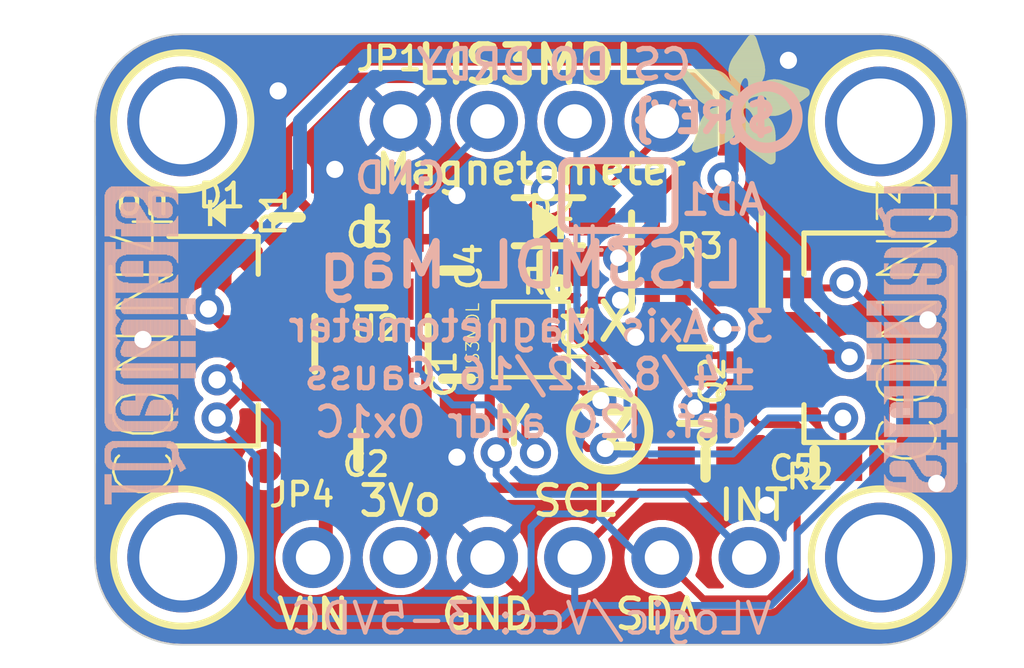
<source format=kicad_pcb>
(kicad_pcb (version 20221018) (generator pcbnew)
  (layers (0 "F.Cu" signal) (31 "B.Cu" signal) (34 "B.Paste" user) (35 "F.Paste" user) (36 "B.SilkS" user "B.Silkscreen") (37 "F.SilkS" user "F.Silkscreen") (38 "B.Mask" user) (39 "F.Mask" user) (44 "Edge.Cuts" user))
  (net 0 "")
  (net 1 "GND")
  (net 2 "3.3V")
  (net 3 "VCC")
  (net 4 "N$1")
  (net 5 "SDO")
  (net 6 "SDA_3V")
  (net 7 "SCL_3V")
  (net 8 "SCL")
  (net 9 "SDA")
  (net 10 "CS_3V")
  (net 11 "CS_5V")
  (net 12 "INT")
  (net 13 "DRDY")
  (net 14 "CAP")
  (footprint "working:MOUNTINGHOLE_2.5_PLATED" (layer "F.Cu") (at 138.3411 98.6536)
    (fp_text reference "U$1" hide)
    (fp_text value "MOUNTINGHOLE2.5" hide)
  )
  (footprint "working:MOUNTINGHOLE_2.5_PLATED" (layer "F.Cu") (at 158.6611 111.3536)
    (fp_text reference "U$21" hide)
    (fp_text value "MOUNTINGHOLE2.5" hide)
  )
  (footprint "working:FIDUCIAL_1MM" (layer "F.Cu") (at 156.2481 100.7745)
    (fp_text reference "FID4" hide)
    (fp_text value "FIDUCIAL_1MM" hide)
  )
  (footprint "working:0603-NO" (layer "F.Cu") (at 146.3421 106.1466 -90)
    (fp_text reference "C1")
    (fp_text value "0.1uF")
  )
  (footprint "working:MOUNTINGHOLE_2.5_PLATED" (layer "F.Cu") (at 158.6611 98.6536)
    (fp_text reference "U$17" hide)
    (fp_text value "MOUNTINGHOLE2.5" hide)
  )
  (footprint "working:LGA12_2X2MM" (layer "F.Cu") (at 148.5011 105.0036 -90)
    (fp_text reference "IC1")
    (fp_text value "LIS3MDL")
  )
  (footprint "working:ADAFRUIT_3.5MM" (layer "F.Cu") (at 152.8191 99.9236)
    (fp_text reference "U$11" hide)
    (fp_text value "" hide)
  )
  (footprint "working:JST_SH4" (layer "F.Cu") (at 138.3411 105.0036 -90)
    (fp_text reference "CONN4")
    (fp_text value "STEMMA_I2C_QT" hide)
  )
  (footprint "working:JST_SH4" (layer "F.Cu") (at 158.6611 105.0036 90)
    (fp_text reference "CONN3")
    (fp_text value "STEMMA_I2C_QT" hide)
  )
  (footprint "working:SOT363" (layer "F.Cu") (at 153.2763 106.3498 90)
    (fp_text reference "Q2")
    (fp_text value "BSS138")
  )
  (footprint "working:0603-NO" (layer "F.Cu") (at 156.7561 108.6231)
    (fp_text reference "R2")
    (fp_text value "10K")
  )
  (footprint "working:1X04_ROUND" (layer "F.Cu") (at 148.5011 98.6536)
    (fp_text reference "JP1")
    (fp_text value "")
  )
  (footprint "working:0603-NO" (layer "F.Cu") (at 148.8059 102.9462)
    (fp_text reference "R4")
    (fp_text value "10K")
  )
  (footprint "working:SOT23-5" (layer "F.Cu") (at 143.8529 105.1306)
    (fp_text reference "U2")
    (fp_text value "AP2112K-3.3")
  )
  (footprint "working:CHIPLED_0603_NOOUTLINE" (layer "F.Cu") (at 139.3571 101.3206 90)
    (fp_text reference "D1")
    (fp_text value "GREEN")
  )
  (footprint "working:FIDUCIAL_1MM" (layer "F.Cu") (at 140.7541 108.6866)
    (fp_text reference "FID3" hide)
    (fp_text value "FIDUCIAL_1MM" hide)
  )
  (footprint "working:RESPACK_4X0603" (layer "F.Cu") (at 153.3271 102.7176 180)
    (fp_text reference "R3")
    (fp_text value "10K")
  )
  (footprint "working:0603-NO" (layer "F.Cu") (at 141.3891 101.4476 -90)
    (fp_text reference "R1")
    (fp_text value "10K")
  )
  (footprint "working:1X06_ROUND_70" (layer "F.Cu") (at 148.5011 111.3536)
    (fp_text reference "JP4")
    (fp_text value "")
  )
  (footprint "working:0805-NO" (layer "F.Cu") (at 143.8021 101.7016)
    (fp_text reference "C3")
    (fp_text value "10uF")
  )
  (footprint "working:MOUNTINGHOLE_2.5_PLATED" (layer "F.Cu") (at 138.3411 111.3536)
    (fp_text reference "U$19" hide)
    (fp_text value "MOUNTINGHOLE2.5" hide)
  )
  (footprint "working:0603-NO" (layer "F.Cu") (at 146.3167 102.997 90)
    (fp_text reference "C4")
    (fp_text value "0.1uF")
  )
  (footprint "working:0603-NO" (layer "F.Cu") (at 153.5811 108.6231)
    (fp_text reference "C5")
    (fp_text value "1uF")
  )
  (footprint "working:SOD-323" (layer "F.Cu") (at 149.0091 101.5746 180)
    (fp_text reference "D2")
    (fp_text value "1N4148")
  )
  (footprint "working:0805-NO" (layer "F.Cu") (at 143.4719 108.204)
    (fp_text reference "C2")
    (fp_text value "10uF")
  )
  (footprint "working:PCBFEAT-REV-040" (layer "B.Cu") (at 155.3591 98.5266 180)
    (fp_text reference "U$25" hide)
    (fp_text value "" hide)
  )
  (footprint "working:STEMMAQT" (layer "B.Cu") (at 138.7221 100.5586 -90)
    (fp_text reference "U$31" hide)
    (fp_text value "" hide)
  )
  (footprint "working:STEMMAQT" (layer "B.Cu") (at 158.2801 109.4486 90)
    (fp_text reference "U$30" hide)
    (fp_text value "" hide)
  )
  (footprint "working:SOLDERJUMPER_ARROW_NOPASTE" (layer "B.Cu") (at 151.0411 100.8126)
    (fp_text reference "SJ1")
    (fp_text value "")
  )
  (gr_arc (start 150.7881 106.5236) (mid 151.596323 106.858377) (end 151.9311 107.6666) (stroke (width 0.254)) (layer "F.SilkS"))
  (gr_arc (start 149.6451 107.6666) (mid 149.974013 106.852513) (end 150.788101 106.523601) (stroke (width 0.254)) (layer "F.SilkS"))
  (gr_arc (start 150.7881 108.8096) (mid 149.979877 108.474823) (end 149.6451 107.6666) (stroke (width 0.254)) (layer "F.SilkS"))
  (gr_arc (start 151.9311 107.6666) (mid 151.596323 108.474823) (end 150.7881 108.8096) (stroke (width 0.254)) (layer "F.SilkS"))
  (gr_arc (start 158.6611 96.1136) (mid 160.457151 96.857549) (end 161.2011 98.6536) (stroke (width 0.05)) (layer "Edge.Cuts"))
  (gr_line (start 158.6611 96.1136) (end 138.3411 96.1136) (stroke (width 0.05)) (layer "Edge.Cuts"))
  (gr_line (start 138.3411 113.8936) (end 158.6611 113.8936) (stroke (width 0.05)) (layer "Edge.Cuts"))
  (gr_line (start 135.8011 98.6536) (end 135.8011 111.3536) (stroke (width 0.05)) (layer "Edge.Cuts"))
  (gr_arc (start 135.8011 98.6536) (mid 136.545049 96.857549) (end 138.3411 96.1136) (stroke (width 0.05)) (layer "Edge.Cuts"))
  (gr_line (start 161.2011 111.3536) (end 161.2011 98.6536) (stroke (width 0.05)) (layer "Edge.Cuts"))
  (gr_arc (start 161.2011 111.3536) (mid 160.457151 113.149651) (end 158.6611 113.8936) (stroke (width 0.05)) (layer "Edge.Cuts"))
  (gr_arc (start 138.3411 113.8936) (mid 136.545049 113.149651) (end 135.8011 111.3536) (stroke (width 0.05)) (layer "Edge.Cuts"))
  (gr_text "AD1" (at 154.0891 100.9396) (layer "B.SilkS") (effects (font (size 0.8636 0.8636) (thickness 0.1524)) (justify mirror)))
  (gr_text "CS" (at 152.3111 97.0026) (layer "B.SilkS") (effects (font (size 0.8636 0.8636) (thickness 0.1524)) (justify mirror)))
  (gr_text "DRDY" (at 146.8501 97.0026) (layer "B.SilkS") (effects (font (size 0.8636 0.8636) (thickness 0.1524)) (justify mirror)))
  (gr_text "LIS3MDL Mag" (at 148.5011 102.8446) (layer "B.SilkS") (effects (font (size 1.25222 1.25222) (thickness 0.22098)) (justify mirror)))
  (gr_text "DO" (at 149.8981 97.0026) (layer "B.SilkS") (effects (font (size 0.8636 0.8636) (thickness 0.1524)) (justify mirror)))
  (gr_text "GND" (at 144.6911 100.3046) (layer "B.SilkS") (effects (font (size 0.8636 0.8636) (thickness 0.1524)) (justify mirror)))
  (gr_text "VLogic/Vcc: 3-5VDC" (at 148.5011 113.1316) (layer "B.SilkS") (effects (font (size 0.89408 0.89408) (thickness 0.12192)) (justify mirror)))
  (gr_text "3-Axis Magnetometer\n±4/8/12/16 Gauss\ndef. I2C addr 0x1C" (at 148.5011 106.0196) (layer "B.SilkS") (effects (font (size 0.8636 0.8636) (thickness 0.1524)) (justify mirror)))
  (gr_text "Y" (at 147.4176 108.1776) (layer "F.SilkS") (effects (font (size 1.0922 1.0922) (thickness 0.1778)) (justify left bottom)))
  (gr_text "X" (at 150.3386 105.1296) (layer "F.SilkS") (effects (font (size 1.0922 1.0922) (thickness 0.1778)) (justify left bottom)))
  (gr_text "on" (at 136.3091 101.4476) (layer "F.SilkS") (effects (font (size 0.89408 0.89408) (thickness 0.12192)) (justify left bottom)))
  (gr_text "LIS3MDL" (at 148.5011 97.0026) (layer "F.SilkS") (effects (font (size 1.0795 1.0795) (thickness 0.1905))))
  (gr_text "GND" (at 147.2311 113.0046) (layer "F.SilkS") (effects (font (size 0.87376 0.87376) (thickness 0.14224))))
  (gr_text "Z" (at 150.4021 108.2411) (layer "F.SilkS") (effects (font (size 1.016 1.016) (thickness 0.254)) (justify left bottom)))
  (gr_text "VIN" (at 142.1511 113.0046) (layer "F.SilkS") (effects (font (size 0.87376 0.87376) (thickness 0.14224))))
  (gr_text "INT" (at 154.9781 109.8296) (layer "F.SilkS") (effects (font (size 0.87376 0.87376) (thickness 0.14224))))
  (gr_text "3Vo" (at 144.6911 109.7026) (layer "F.SilkS") (effects (font (size 0.87376 0.87376) (thickness 0.14224))))
  (gr_text "Magnetometer" (at 148.5011 100.0506) (layer "F.SilkS") (effects (font (size 0.8636 0.8636) (thickness 0.1524))))
  (gr_text "SDA" (at 152.1841 113.0046) (layer "F.SilkS") (effects (font (size 0.87376 0.87376) (thickness 0.14224))))
  (gr_text "SCL" (at 149.7711 109.7026) (layer "F.SilkS") (effects (font (size 0.87376 0.87376) (thickness 0.14224))))
  (segment (start 143.8529 107.635) (end 144.4219 108.204) (width 0.3048) (layer "F.Cu") (net 1))
  (segment (start 144.7521 101.7016) (end 145.1331 102.0826) (width 0.3048) (layer "F.Cu") (net 1))
  (segment (start 146.2523 102.0826) (end 146.3167 102.147) (width 0.3048) (layer "F.Cu") (net 1))
  (segment (start 145.1331 102.0826) (end 146.2523 102.0826) (width 0.3048) (layer "F.Cu") (net 1))
  (segment (start 148.7511 104.2536) (end 148.7551 104.2576) (width 0.2032) (layer "F.Cu") (net 1))
  (segment (start 143.8529 106.4307) (end 143.8529 107.635) (width 0.3048) (layer "F.Cu") (net 1))
  (segment (start 149.2511 104.7536) (end 148.8119 104.7536) (width 0.2032) (layer "F.Cu") (net 1))
  (segment (start 148.7551 104.2576) (end 148.7551 104.6968) (width 0.2032) (layer "F.Cu") (net 1))
  (segment (start 148.8119 104.7536) (end 148.7551 104.6968) (width 0.2032) (layer "F.Cu") (net 1))
  (via (at 160.3121 109.1946) (size 0.9064) (drill 0.5) (layers "F.Cu" "B.Cu") (net 1))
  (via (at 160.0581 104.4321) (size 0.9064) (drill 0.5) (layers "F.Cu" "B.Cu") (net 1))
  (via (at 151.5491 104.9401) (size 0.9064) (drill 0.5) (layers "F.Cu" "B.Cu") (net 1))
  (via (at 142.7861 100.0506) (size 0.9064) (drill 0.5) (layers "F.Cu" "B.Cu") (net 1))
  (via (at 155.3591 109.8296) (size 0.9064) (drill 0.5) (layers "F.Cu" "B.Cu") (net 1))
  (via (at 146.3421 108.4326) (size 0.9064) (drill 0.5) (layers "F.Cu" "B.Cu") (net 1))
  (via (at 146.3421 100.8126) (size 0.9064) (drill 0.5) (layers "F.Cu" "B.Cu") (net 1))
  (via (at 155.9941 96.8756) (size 0.9064) (drill 0.5) (layers "F.Cu" "B.Cu") (net 1))
  (via (at 137.1981 105.0036) (size 0.9064) (drill 0.5) (layers "F.Cu" "B.Cu") (net 1))
  (via (at 141.1351 97.7646) (size 0.9064) (drill 0.5) (layers "F.Cu" "B.Cu") (net 1))
  (segment (start 153.7271 101.8676) (end 153.7271 102.3176) (width 0.3048) (layer "F.Cu") (net 2))
  (segment (start 152.9478 106.0323) (end 152.6303 106.3498) (width 0.3048) (layer "F.Cu") (net 2))
  (segment (start 143.8585 104.7861) (end 145.0696 104.7861) (width 0.3048) (layer "F.Cu") (net 2))
  (segment (start 151.4565 102.4382) (end 151.2951 102.4382) (width 0.3048) (layer "F.Cu") (net 2))
  (segment (start 145.4531 109.3216) (end 145.4531 110.5916) (width 0.3048) (layer "F.Cu") (net 2))
  (segment (start 145.4531 110.5916) (end 144.6911 111.3536) (width 0.3048) (layer "F.Cu") (net 2))
  (segment (start 142.9029 103.8305) (end 143.8585 104.7861) (width 0.3048) (layer "F.Cu") (net 2))
  (segment (start 150.7871 109.3216) (end 151.6761 108.4326) (width 0.3048) (layer "F.Cu") (net 2))
  (segment (start 143.0401 97.3836) (end 141.3891 99.0346) (width 0.3048) (layer "F.Cu") (net 2))
  (segment (start 147.7511 104.7536) (end 147.7511 105.2536) (width 0.254) (layer "F.Cu") (net 2))
  (segment (start 146.3421 105.2966) (end 146.0491 105.2966) (width 0.3048) (layer "F.Cu") (net 2))
  (segment (start 153.7271 102.3176) (end 153.3271 102.7176) (width 0.3048) (layer "F.Cu") (net 2))
  (segment (start 151.4565 102.4382) (end 152.0271 101.8676) (width 0.3048) (layer "F.Cu") (net 2))
  (segment (start 153.7953 106.3498) (end 153.4778 106.0323) (width 0.3048) (layer "F.Cu") (net 2))
  (segment (start 151.111 102.6223) (end 151.0411 102.6223) (width 0.3048) (layer "F.Cu") (net 2))
  (segment (start 149.6559 102.9462) (end 150.1639 102.4382) (width 0.3048) (layer "F.Cu") (net 2))
  (segment (start 145.5801 105.2966) (end 146.3421 105.2966) (width 0.3048) (layer "F.Cu") (net 2))
  (segment (start 142.8521 103.7797) (end 142.8521 101.7016) (width 0.3048) (layer "F.Cu") (net 2))
  (segment (start 152.6303 106.3498) (end 152.3763 106.3498) (width 0.3048) (layer "F.Cu") (net 2))
  (segment (start 141.3891 99.0346) (end 141.3891 100.5976) (width 0.3048) (layer "F.Cu") (net 2))
  (segment (start 151.8539 106.3498) (end 152.3763 106.3498) (width 0.3048) (layer "F.Cu") (net 2))
  (segment (start 151.6761 106.5276) (end 151.6761 108.4326) (width 0.3048) (layer "F.Cu") (net 2))
  (segment (start 142.4931 101.7016) (end 142.8521 101.7016) (width 0.3048) (layer "F.Cu") (net 2))
  (segment (start 152.0271 101.8676) (end 152.0271 100.9696) (width 0.3048) (layer "F.Cu") (net 2))
  (segment (start 151.6761 106.5276) (end 151.8539 106.3498) (width 0.3048) (layer "F.Cu") (net 2))
  (segment (start 145.4531 105.8926) (end 145.4531 109.3216) (width 0.3048) (layer "F.Cu") (net 2))
  (segment (start 153.3271 102.7176) (end 152.3111 102.7176) (width 0.3048) (layer "F.Cu") (net 2))
  (segment (start 152.3111 102.7176) (end 152.0271 102.4336) (width 0.3048) (layer "F.Cu") (net 2))
  (segment (start 153.6319 99.3648) (end 153.6319 97.8154) (width 0.3048) (layer "F.Cu") (net 2))
  (segment (start 151.8666 108.6231) (end 152.7311 108.6231) (width 0.3048) (layer "F.Cu") (net 2))
  (segment (start 153.6319 97.8154) (end 153.2001 97.3836) (width 0.3048) (layer "F.Cu") (net 2))
  (segment (start 142.9029 103.8305) (end 142.8521 103.7797) (width 0.3048) (layer "F.Cu") (net 2))
  (segment (start 154.1763 106.3498) (end 153.7953 106.3498) (width 0.3048) (layer "F.Cu") (net 2))
  (segment (start 141.3891 100.5976) (end 142.4931 101.7016) (width 0.3048) (layer "F.Cu") (net 2))
  (segment (start 147.7511 105.2536) (end 146.3851 105.2536) (width 0.254) (layer "F.Cu") (net 2))
  (segment (start 146.0491 105.2966) (end 145.4531 105.8926) (width 0.3048) (layer "F.Cu") (net 2))
  (segment (start 151.2951 102.4382) (end 151.111 102.6223) (width 0.3048) (layer "F.Cu") (net 2))
  (segment (start 152.0271 100.9696) (end 153.6319 99.3648) (width 0.3048) (layer "F.Cu") (net 2))
  (segment (start 151.2951 102.4382) (end 150.1639 102.4382) (width 0.3048) (layer "F.Cu") (net 2))
  (segment (start 153.4778 106.0323) (end 152.9478 106.0323) (width 0.3048) (layer "F.Cu") (net 2))
  (segment (start 153.2001 97.3836) (end 143.0401 97.3836) (width 0.3048) (layer "F.Cu") (net 2))
  (segment (start 151.6761 108.4326) (end 151.8666 108.6231) (width 0.3048) (layer "F.Cu") (net 2))
  (segment (start 146.3851 105.2536) (end 146.3421 105.2966) (width 0.3048) (layer "F.Cu") (net 2))
  (segment (start 145.5801 105.2966) (end 145.0696 104.7861) (width 0.3048) (layer "F.Cu") (net 2))
  (segment (start 152.0271 102.4336) (end 152.0271 101.8676) (width 0.3048) (layer "F.Cu") (net 2))
  (segment (start 145.4531 109.3216) (end 150.7871 109.3216) (width 0.3048) (layer "F.Cu") (net 2))
  (via (at 151.0411 102.6223) (size 0.889) (drill 0.4826) (layers "F.Cu" "B.Cu") (net 2))
  (segment (start 151.0411 102.6223) (end 152.0571 101.6063) (width 0.3048) (layer "B.Cu") (net 2))
  (segment (start 152.0571 101.6063) (end 152.0571 100.8126) (width 0.3048) (layer "B.Cu") (net 2))
  (segment (start 154.2161 100.4316) (end 154.2161 100.9396) (width 0.4064) (layer "F.Cu") (net 3))
  (segment (start 154.6271 101.3506) (end 154.2161 100.9396) (width 0.4064) (layer "F.Cu") (net 3))
  (segment (start 142.9029 105.5218) (end 142.9029 106.4307) (width 0.4064) (layer "F.Cu") (net 3))
  (segment (start 142.1511 111.3536) (end 142.5219 110.9828) (width 0.4064) (layer "F.Cu") (net 3))
  (segment (start 143.0401 105.3846) (end 142.9029 105.5218) (width 0.4064) (layer "F.Cu") (net 3))
  (segment (start 152.9271 100.9586) (end 152.9271 101.8676) (width 0.4064) (layer "F.Cu") (net 3))
  (segment (start 156.1471 105.5036) (end 157.7641 105.5036) (width 0.4064) (layer "F.Cu") (net 3))
  (segment (start 154.6271 101.8676) (end 154.6271 101.3506) (width 0.4064) (layer "F.Cu") (net 3))
  (segment (start 142.5219 106.8117) (end 142.9029 106.4307) (width 0.4064) (layer "F.Cu") (net 3))
  (segment (start 142.459562 104.8369) (end 142.4924 104.8369) (width 0.4064) (layer "F.Cu") (net 3))
  (segment (start 144.8029 106.4307) (end 144.8029 105.6234) (width 0.4064) (layer "F.Cu") (net 3))
  (segment (start 144.8029 105.6234) (end 144.5641 105.3846) (width 0.4064) (layer "F.Cu") (net 3))
  (segment (start 140.8551 104.5036) (end 139.4921 104.5036) (width 0.4064) (layer "F.Cu") (net 3))
  (segment (start 154.2161 100.9396) (end 152.9461 100.9396) (width 0.4064) (layer "F.Cu") (net 3))
  (segment (start 154.0891 100.3046) (end 154.2161 100.4316) (width 0.4064) (layer "F.Cu") (net 3))
  (segment (start 140.8551 104.5036) (end 142.126262 104.5036) (width 0.4064) (layer "F.Cu") (net 3))
  (segment (start 144.5641 105.3846) (end 143.0401 105.3846) (width 0.4064) (layer "F.Cu") (net 3))
  (segment (start 157.7641 105.5036) (end 157.7721 105.5116) (width 0.4064) (layer "F.Cu") (net 3))
  (segment (start 142.5219 110.9828) (end 142.5219 108.204) (width 0.4064) (layer "F.Cu") (net 3))
  (segment (start 142.4924 104.8369) (end 143.0401 105.3846) (width 0.4064) (layer "F.Cu") (net 3))
  (segment (start 142.126262 104.5036) (end 142.459562 104.8369) (width 0.4064) (layer "F.Cu") (net 3))
  (segment (start 139.4921 104.5036) (end 139.1031 104.1146) (width 0.4064) (layer "F.Cu") (net 3))
  (segment (start 152.9461 100.9396) (end 152.9271 100.9586) (width 0.4064) (layer "F.Cu") (net 3))
  (segment (start 142.5219 106.8117) (end 142.5219 108.204) (width 0.4064) (layer "F.Cu") (net 3))
  (via (at 157.7721 105.5116) (size 0.889) (drill 0.4826) (layers "F.Cu" "B.Cu") (net 3))
  (via (at 139.1031 104.1146) (size 0.9064) (drill 0.5) (layers "F.Cu" "B.Cu") (net 3))
  (via (at 154.0891 100.3046) (size 0.9064) (drill 0.5) (layers "F.Cu" "B.Cu") (net 3))
  (segment (start 141.7701 100.8126) (end 141.7701 98.6536) (width 0.4064) (layer "B.Cu") (net 3))
  (segment (start 141.7701 100.8126) (end 139.1031 103.4796) (width 0.4064) (layer "B.Cu") (net 3))
  (segment (start 154.3431 97.8916) (end 154.3431 100.0506) (width 0.4064) (layer "B.Cu") (net 3))
  (segment (start 143.6751 96.7486) (end 153.2001 96.7486) (width 0.4064) (layer "B.Cu") (net 3))
  (segment (start 141.7701 98.6536) (end 143.6751 96.7486) (width 0.4064) (layer "B.Cu") (net 3))
  (segment (start 139.1031 104.1146) (end 139.1031 103.4796) (width 0.4064) (layer "B.Cu") (net 3))
  (segment (start 156.2481 103.9876) (end 156.2481 102.4636) (width 0.4064) (layer "B.Cu") (net 3))
  (segment (start 157.7721 105.5116) (end 156.2481 103.9876) (width 0.4064) (layer "B.Cu") (net 3))
  (segment (start 154.3431 100.0506) (end 154.0891 100.3046) (width 0.4064) (layer "B.Cu") (net 3))
  (segment (start 156.2481 102.4636) (end 154.0891 100.3046) (width 0.4064) (layer "B.Cu") (net 3))
  (segment (start 153.2001 96.7486) (end 154.3431 97.8916) (width 0.4064) (layer "B.Cu") (net 3))
  (segment (start 141.0841 102.2976) (end 141.3891 102.2976) (width 0.254) (layer "F.Cu") (net 4))
  (segment (start 140.1071 101.3206) (end 141.0841 102.2976) (width 0.254) (layer "F.Cu") (net 4))
  (segment (start 148.7511 105.7536) (end 148.7511 106.7776) (width 0.2032) (layer "F.Cu") (net 5))
  (segment (start 157.6061 108.6231) (end 157.5816 108.5986) (width 0.2032) (layer "F.Cu") (net 5))
  (segment (start 150.1521 108.1786) (end 148.7511 106.7776) (width 0.2032) (layer "F.Cu") (net 5))
  (segment (start 157.5816 107.2896) (end 157.5816 108.5986) (width 0.2032) (layer "F.Cu") (net 5))
  (segment (start 150.1521 108.1786) (end 150.6601 108.1786) (width 0.2032) (layer "F.Cu") (net 5))
  (via (at 150.6601 108.1786) (size 0.9064) (drill 0.5) (layers "F.Cu" "B.Cu") (net 5))
  (via (at 157.5816 107.2896) (size 0.889) (drill 0.4826) (layers "F.Cu" "B.Cu") (net 5))
  (segment (start 150.0251 100.8126) (end 149.8346 100.8126) (width 0.2032) (layer "B.Cu") (net 5))
  (segment (start 149.8346 100.6221) (end 149.8346 100.0506) (width 0.3048) (layer "B.Cu") (net 5))
  (segment (start 150.69185 108.01985) (end 151.2951 107.4166) (width 0.2032) (layer "B.Cu") (net 5))
  (segment (start 151.2951 106.4006) (end 149.8346 104.9401) (width 0.2032) (layer "B.Cu") (net 5))
  (segment (start 150.69185 108.01985) (end 150.94585 108.01985) (width 0.2032) (layer "B.Cu") (net 5))
  (segment (start 150.0251 100.8126) (end 149.8346 100.6221) (width 0.3048) (layer "B.Cu") (net 5))
  (segment (start 150.69185 108.01985) (end 150.6601 108.0516) (width 0.2032) (layer "B.Cu") (net 5))
  (segment (start 151.2951 107.4166) (end 151.2951 106.4006) (width 0.2032) (layer "B.Cu") (net 5))
  (segment (start 150.62835 108.33735) (end 150.94585 108.01985) (width 0.2032) (layer "B.Cu") (net 5))
  (segment (start 157.5816 107.2896) (end 155.4226 107.2896) (width 0.2032) (layer "B.Cu") (net 5))
  (segment (start 149.8346 100.8126) (end 149.8346 104.9401) (width 0.2032) (layer "B.Cu") (net 5))
  (segment (start 149.8346 98.7171) (end 149.8346 100.0506) (width 0.2032) (layer "B.Cu") (net 5))
  (segment (start 150.62835 108.33735) (end 154.37485 108.33735) (width 0.2032) (layer "B.Cu") (net 5))
  (segment (start 150.6601 108.1786) (end 150.6601 108.0516) (width 0.2032) (layer "B.Cu") (net 5))
  (segment (start 149.8346 98.7171) (end 149.7711 98.6536) (width 0.2032) (layer "B.Cu") (net 5))
  (segment (start 149.8346 100.0506) (end 149.8346 100.8126) (width 0.2032) (layer "B.Cu") (net 5))
  (segment (start 154.37485 108.33735) (end 155.4226 107.2896) (width 0.2032) (layer "B.Cu") (net 5))
  (segment (start 152.3763 105.5998) (end 152.4716 105.5045) (width 0.2032) (layer "F.Cu") (net 6))
  (segment (start 152.4716 104.3296) (end 152.4716 105.5045) (width 0.2032) (layer "F.Cu") (net 6))
  (segment (start 150.0171 105.7656) (end 152.2811 105.7656) (width 0.2032) (layer "F.Cu") (net 6))
  (segment (start 152.4716 104.3296) (end 152.0271 103.8851) (width 0.2032) (layer "F.Cu") (net 6))
  (segment (start 152.2811 105.5046) (end 152.2811 105.7656) (width 0.2032) (layer "F.Cu") (net 6))
  (segment (start 149.2511 105.2536) (end 149.5051 105.2536) (width 0.2032) (layer "F.Cu") (net 6))
  (segment (start 152.0271 103.5676) (end 152.0271 103.8851) (width 0.2032) (layer "F.Cu") (net 6))
  (segment (start 150.0171 105.7656) (end 149.5051 105.2536) (width 0.2032) (layer "F.Cu") (net 6))
  (segment (start 152.2811 105.5046) (end 152.3763 105.5998) (width 0.2032) (layer "F.Cu") (net 6))
  (segment (start 150.2791 103.8606) (end 149.8861 104.2536) (width 0.2032) (layer "F.Cu") (net 7))
  (segment (start 150.2791 103.8606) (end 151.1046 103.8606) (width 0.2032) (layer "F.Cu") (net 7))
  (segment (start 149.2511 104.2536) (end 149.8861 104.2536) (width 0.2032) (layer "F.Cu") (net 7))
  (segment (start 154.0486 106.9721) (end 154.1763 107.0998) (width 0.2032) (layer "F.Cu") (net 7))
  (segment (start 153.7271 103.5676) (end 153.7271 104.0756) (width 0.2032) (layer "F.Cu") (net 7))
  (segment (start 153.2763 106.9721) (end 154.0486 106.9721) (width 0.2032) (layer "F.Cu") (net 7))
  (segment (start 154.0886 104.4371) (end 154.0886 104.694125) (width 0.2032) (layer "F.Cu") (net 7))
  (segment (start 154.0886 104.4371) (end 153.7271 104.0756) (width 0.2032) (layer "F.Cu") (net 7))
  (via (at 153.2763 106.9721) (size 0.8564) (drill 0.45) (layers "F.Cu" "B.Cu") (net 7))
  (via (at 151.1046 103.8606) (size 0.9064) (drill 0.5) (layers "F.Cu" "B.Cu") (net 7))
  (via (at 154.0886 104.694125) (size 0.9064) (drill 0.5) (layers "F.Cu" "B.Cu") (net 7))
  (segment (start 154.0886 104.694125) (end 154.0886 106.1598) (width 0.2032) (layer "B.Cu") (net 7))
  (segment (start 153.064575 103.6066) (end 151.3586 103.6066) (width 0.2032) (layer "B.Cu") (net 7))
  (segment (start 154.0886 104.630625) (end 153.064575 103.6066) (width 0.2032) (layer "B.Cu") (net 7))
  (segment (start 154.0886 104.630625) (end 154.0886 104.694125) (width 0.2032) (layer "B.Cu") (net 7))
  (segment (start 154.0886 106.1598) (end 153.2763 106.9721) (width 0.2032) (layer "B.Cu") (net 7))
  (segment (start 151.1046 103.8606) (end 151.3586 103.6066) (width 0.2032) (layer "B.Cu") (net 7))
  (segment (start 152.3763 107.4818) (end 152.7128 107.8183) (width 0.2032) (layer "F.Cu") (net 8))
  (segment (start 140.8551 106.5036) (end 140.1431 106.5036) (width 0.2032) (layer "F.Cu") (net 8))
  (segment (start 153.5176 109.4486) (end 151.6761 109.4486) (width 0.2032) (layer "F.Cu") (net 8))
  (segment (start 140.1431 106.5036) (end 139.3571 107.2896) (width 0.2032) (layer "F.Cu") (net 8))
  (segment (start 157.4941 103.5036) (end 157.6451 103.3526) (width 0.2032) (layer "F.Cu") (net 8))
  (segment (start 153.39485 107.8183) (end 153.5734 107.99685) (width 0.2032) (layer "F.Cu") (net 8))
  (segment (start 152.7128 107.8183) (end 153.39485 107.8183) (width 0.2032) (layer "F.Cu") (net 8))
  (segment (start 156.1471 103.5036) (end 157.4941 103.5036) (width 0.2032) (layer "F.Cu") (net 8))
  (segment (start 151.6761 109.4486) (end 149.7711 111.3536) (width 0.2032) (layer "F.Cu") (net 8))
  (segment (start 153.5734 109.3928) (end 153.5176 109.4486) (width 0.2032) (layer "F.Cu") (net 8))
  (segment (start 156.0831 103.5676) (end 154.6271 103.5676) (width 0.2032) (layer "F.Cu") (net 8))
  (segment (start 156.1471 103.5036) (end 156.0831 103.5676) (width 0.2032) (layer "F.Cu") (net 8))
  (segment (start 152.3763 107.0998) (end 152.3763 107.4818) (width 0.2032) (layer "F.Cu") (net 8))
  (segment (start 153.5734 107.99685) (end 153.5734 109.3928) (width 0.2032) (layer "F.Cu") (net 8))
  (via (at 139.3571 107.2896) (size 0.9064) (drill 0.5) (layers "F.Cu" "B.Cu") (net 8))
  (via (at 157.6451 103.3526) (size 0.9064) (drill 0.5) (layers "F.Cu" "B.Cu") (net 8))
  (segment (start 156.2481 111.9886) (end 155.4861 112.7506) (width 0.2032) (layer "B.Cu") (net 8))
  (segment (start 149.7711 112.7506) (end 149.7711 111.3536) (width 0.2032) (layer "B.Cu") (net 8))
  (segment (start 159.2326 107.6706) (end 159.2326 104.9401) (width 0.2032) (layer "B.Cu") (net 8))
  (segment (start 155.4861 112.7506) (end 149.7711 112.7506) (width 0.2032) (layer "B.Cu") (net 8))
  (segment (start 140.5001 112.4966) (end 141.1351 113.1316) (width 0.2032) (layer "B.Cu") (net 8))
  (segment (start 141.1351 113.1316) (end 149.3901 113.1316) (width 0.2032) (layer "B.Cu") (net 8))
  (segment (start 156.2481 110.6551) (end 159.2326 107.6706) (width 0.2032) (layer "B.Cu") (net 8))
  (segment (start 149.3901 113.1316) (end 149.7711 112.7506) (width 0.2032) (layer "B.Cu") (net 8))
  (segment (start 139.3571 107.2896) (end 140.5001 108.4326) (width 0.2032) (layer "B.Cu") (net 8))
  (segment (start 140.5001 108.4326) (end 140.5001 112.4966) (width 0.2032) (layer "B.Cu") (net 8))
  (segment (start 159.2326 104.9401) (end 157.6451 103.3526) (width 0.2032) (layer "B.Cu") (net 8))
  (segment (start 156.2481 110.6551) (end 156.2481 111.9886) (width 0.2032) (layer "B.Cu") (net 8))
  (segment (start 154.9781 104.6226) (end 154.9781 105.6386) (width 0.2032) (layer "F.Cu") (net 9))
  (segment (start 154.1763 105.5998) (end 154.2151 105.6386) (width 0.2032) (layer "F.Cu") (net 9))
  (segment (start 156.2481 109.81315) (end 156.7484 109.31285) (width 0.2032) (layer "F.Cu") (net 9))
  (segment (start 156.2327 107.4801) (end 156.7484 107.9958) (width 0.2032) (layer "F.Cu") (net 9))
  (segment (start 155.1051 107.4801) (end 156.2327 107.4801) (width 0.2032) (layer "F.Cu") (net 9))
  (segment (start 154.9781 105.6386) (end 154.9781 107.3531) (width 0.2032) (layer "F.Cu") (net 9))
  (segment (start 154.0493 105.4728) (end 154.1763 105.5998) (width 0.2032) (layer "F.Cu") (net 9))
  (segment (start 156.2481 111.7346) (end 156.2481 109.81315) (width 0.2032) (layer "F.Cu") (net 9))
  (segment (start 155.4226 112.5601) (end 156.2481 111.7346) (width 0.2032) (layer "F.Cu") (net 9))
  (segment (start 153.4143 105.4728) (end 152.9271 104.9856) (width 0.2032) (layer "F.Cu") (net 9))
  (segment (start 153.5176 112.5601) (end 155.4226 112.5601) (width 0.2032) (layer "F.Cu") (net 9))
  (segment (start 140.0335 105.5036) (end 139.3571 106.18) (width 0.2032) (layer "F.Cu") (net 9))
  (segment (start 152.3111 111.3536) (end 153.5176 112.5601) (width 0.2032) (layer "F.Cu") (net 9))
  (segment (start 152.9271 103.5676) (end 152.9271 104.9856) (width 0.2032) (layer "F.Cu") (net 9))
  (segment (start 154.9781 107.3531) (end 155.1051 107.4801) (width 0.2032) (layer "F.Cu") (net 9))
  (segment (start 140.8551 105.5036) (end 140.0335 105.5036) (width 0.2032) (layer "F.Cu") (net 9))
  (segment (start 154.2151 105.6386) (end 154.9781 105.6386) (width 0.2032) (layer "F.Cu") (net 9))
  (segment (start 155.0971 104.5036) (end 154.9781 104.6226) (width 0.2032) (layer "F.Cu") (net 9))
  (segment (start 156.1471 104.5036) (end 155.0971 104.5036) (width 0.2032) (layer "F.Cu") (net 9))
  (segment (start 154.0493 105.4728) (end 153.4143 105.4728) (width 0.2032) (layer "F.Cu") (net 9))
  (segment (start 156.7484 107.9958) (end 156.7484 109.31285) (width 0.2032) (layer "F.Cu") (net 9))
  (via (at 139.3571 106.18) (size 0.9064) (drill 0.5) (layers "F.Cu" "B.Cu") (net 9))
  (segment (start 148.2471 112.5982) (end 148.5011 112.3442) (width 0.2032) (layer "B.Cu") (net 9))
  (segment (start 139.3571 106.18) (end 139.6111 106.18) (width 0.2032) (layer "B.Cu") (net 9))
  (segment (start 151.6761 111.3536) (end 152.3111 111.3536) (width 0.2032) (layer "B.Cu") (net 9))
  (segment (start 148.5011 112.3442) (end 148.5011 110.4646) (width 0.2032) (layer "B.Cu") (net 9))
  (segment (start 140.9065 107.4754) (end 139.6111 106.18) (width 0.2032) (layer "B.Cu") (net 9))
  (segment (start 148.5011 110.4646) (end 148.8821 110.0836) (width 0.2032) (layer "B.Cu") (net 9))
  (segment (start 140.9065 112.328263) (end 141.176437 112.5982) (width 0.2032) (layer "B.Cu") (net 9))
  (segment (start 151.6761 111.3536) (end 150.4061 110.0836) (width 0.2032) (layer "B.Cu") (net 9))
  (segment (start 141.176437 112.5982) (end 148.2471 112.5982) (width 0.2032) (layer "B.Cu") (net 9))
  (segment (start 140.9065 107.4754) (end 140.9065 112.328263) (width 0.2032) (layer "B.Cu") (net 9))
  (segment (start 148.8821 110.0836) (end 150.4061 110.0836) (width 0.2032) (layer "B.Cu") (net 9))
  (segment (start 149.2511 105.7536) (end 150.2791 106.7816) (width 0.2032) (layer "F.Cu") (net 10))
  (segment (start 148.0587 101.5746) (end 147.7391 101.5746) (width 0.2032) (layer "F.Cu") (net 10))
  (segment (start 150.2791 106.7816) (end 150.5331 106.7816) (width 0.2032) (layer "F.Cu") (net 10))
  (segment (start 147.7391 101.5746) (end 147.9559 101.7914) (width 0.2032) (layer "F.Cu") (net 10))
  (segment (start 147.9559 101.7914) (end 147.9559 102.9462) (width 0.2032) (layer "F.Cu") (net 10))
  (segment (start 148.9477 100.6856) (end 148.0587 101.5746) (width 0.2032) (layer "F.Cu") (net 10))
  (via (at 150.5331 106.7816) (size 0.9064) (drill 0.5) (layers "F.Cu" "B.Cu") (net 10))
  (via (at 148.9477 100.6856) (size 0.9064) (drill 0.5) (layers "F.Cu" "B.Cu") (net 10))
  (segment (start 149.3922 102.0191) (end 148.9477 101.5746) (width 0.2032) (layer "B.Cu") (net 10))
  (segment (start 150.5331 106.2736) (end 149.3922 105.1327) (width 0.2032) (layer "B.Cu") (net 10))
  (segment (start 149.3922 102.0191) (end 149.3922 105.1327) (width 0.2032) (layer "B.Cu") (net 10))
  (segment (start 150.5331 106.7816) (end 150.5331 106.2736) (width 0.2032) (layer "B.Cu") (net 10))
  (segment (start 148.9477 101.5746) (end 148.9477 100.6856) (width 0.2032) (layer "B.Cu") (net 10))
  (segment (start 152.3111 99.0346) (end 152.3111 98.6536) (width 0.2032) (layer "F.Cu") (net 11))
  (segment (start 150.2791 101.5746) (end 150.2791 101.0666) (width 0.2032) (layer "F.Cu") (net 11))
  (segment (start 152.3111 99.0346) (end 150.2791 101.0666) (width 0.2032) (layer "F.Cu") (net 11))
  (segment (start 147.7511 105.7536) (end 147.7511 108.0396) (width 0.2032) (layer "F.Cu") (net 12))
  (segment (start 147.4851 108.3056) (end 147.7511 108.0396) (width 0.2032) (layer "F.Cu") (net 12))
  (via (at 147.4851 108.3056) (size 0.9064) (drill 0.5) (layers "F.Cu" "B.Cu") (net 12))
  (segment (start 148.0566 109.5121) (end 153.0096 109.5121) (width 0.2032) (layer "B.Cu") (net 12))
  (segment (start 147.4851 108.9406) (end 148.0566 109.5121) (width 0.2032) (layer "B.Cu") (net 12))
  (segment (start 153.0096 109.5121) (end 154.8511 111.3536) (width 0.2032) (layer "B.Cu") (net 12))
  (segment (start 147.4851 108.3056) (end 147.4851 108.9406) (width 0.2032) (layer "B.Cu") (net 12))
  (segment (start 148.6281 108.3056) (end 148.3213 107.9988) (width 0.2032) (layer "F.Cu") (net 13))
  (segment (start 148.3213 105.8238) (end 148.3213 107.9988) (width 0.2032) (layer "F.Cu") (net 13))
  (segment (start 148.2511 105.7536) (end 148.3213 105.8238) (width 0.2032) (layer "F.Cu") (net 13))
  (via (at 148.6281 108.3056) (size 0.9064) (drill 0.5) (layers "F.Cu" "B.Cu") (net 13))
  (segment (start 147.2311 98.7806) (end 147.2311 98.6536) (width 0.2032) (layer "B.Cu") (net 13))
  (segment (start 145.2245 100.7872) (end 147.2311 98.7806) (width 0.2032) (layer "B.Cu") (net 13))
  (segment (start 147.2311 106.9086) (end 146.2151 106.9086) (width 0.2032) (layer "B.Cu") (net 13))
  (segment (start 148.6281 108.3056) (end 147.2311 106.9086) (width 0.2032) (layer "B.Cu") (net 13))
  (segment (start 145.2245 105.918) (end 145.2245 100.7872) (width 0.2032) (layer "B.Cu") (net 13))
  (segment (start 146.2151 106.9086) (end 145.2245 105.918) (width 0.2032) (layer "B.Cu") (net 13))
  (segment (start 146.7233 104.2536) (end 146.3167 103.847) (width 0.3048) (layer "F.Cu") (net 14))
  (segment (start 147.7511 104.2536) (end 146.7233 104.2536) (width 0.3048) (layer "F.Cu") (net 14))
  (zone (net 1) (net_name "GND") (layer "F.Cu") (priority 6) (connect_pads (clearance 0.000001)) (min_thickness 0.127) (fill yes (thermal_gap 0.304) (thermal_bridge_width 0.304))
    (polygon (pts (xy 161.3281 114.0206) (xy 135.6741 114.0206) (xy 135.6741 95.9866) (xy 161.3281 95.9866)))
  )
  (zone (net 1) (net_name "GND") (layer "B.Cu") (priority 6) (connect_pads (clearance 0.000001)) (min_thickness 0.127) (fill yes (thermal_gap 0.304) (thermal_bridge_width 0.304))
    (polygon (pts (xy 161.3281 114.0206) (xy 135.6741 114.0206) (xy 135.6741 95.9866) (xy 161.3281 95.9866)))
  )
)
</source>
